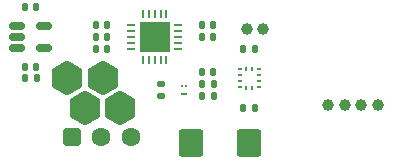
<source format=gbs>
%TF.GenerationSoftware,KiCad,Pcbnew,7.0.2*%
%TF.CreationDate,2024-01-23T17:52:43-06:00*%
%TF.ProjectId,imu-harvester,696d752d-6861-4727-9665-737465722e6b,rev?*%
%TF.SameCoordinates,Original*%
%TF.FileFunction,Soldermask,Bot*%
%TF.FilePolarity,Negative*%
%FSLAX46Y46*%
G04 Gerber Fmt 4.6, Leading zero omitted, Abs format (unit mm)*
G04 Created by KiCad (PCBNEW 7.0.2) date 2024-01-23 17:52:43*
%MOMM*%
%LPD*%
G01*
G04 APERTURE LIST*
G04 Aperture macros list*
%AMRoundRect*
0 Rectangle with rounded corners*
0 $1 Rounding radius*
0 $2 $3 $4 $5 $6 $7 $8 $9 X,Y pos of 4 corners*
0 Add a 4 corners polygon primitive as box body*
4,1,4,$2,$3,$4,$5,$6,$7,$8,$9,$2,$3,0*
0 Add four circle primitives for the rounded corners*
1,1,$1+$1,$2,$3*
1,1,$1+$1,$4,$5*
1,1,$1+$1,$6,$7*
1,1,$1+$1,$8,$9*
0 Add four rect primitives between the rounded corners*
20,1,$1+$1,$2,$3,$4,$5,0*
20,1,$1+$1,$4,$5,$6,$7,0*
20,1,$1+$1,$6,$7,$8,$9,0*
20,1,$1+$1,$8,$9,$2,$3,0*%
%AMFreePoly0*
4,1,7,1.299000,0.750000,1.299000,-0.750000,0.000000,-1.500000,-1.299000,-0.750000,-1.299000,0.750000,0.000000,1.500000,1.299000,0.750000,1.299000,0.750000,$1*%
G04 Aperture macros list end*
%ADD10RoundRect,0.400000X-0.400000X-0.400000X0.400000X-0.400000X0.400000X0.400000X-0.400000X0.400000X0*%
%ADD11C,1.600000*%
%ADD12C,1.000000*%
%ADD13FreePoly0,180.000000*%
%ADD14R,0.150000X0.250000*%
%ADD15R,0.500000X0.250000*%
%ADD16RoundRect,0.135000X0.135000X0.185000X-0.135000X0.185000X-0.135000X-0.185000X0.135000X-0.185000X0*%
%ADD17RoundRect,0.140000X0.140000X0.170000X-0.140000X0.170000X-0.140000X-0.170000X0.140000X-0.170000X0*%
%ADD18RoundRect,0.140000X-0.140000X-0.170000X0.140000X-0.170000X0.140000X0.170000X-0.140000X0.170000X0*%
%ADD19RoundRect,0.150000X-0.512500X-0.150000X0.512500X-0.150000X0.512500X0.150000X-0.512500X0.150000X0*%
%ADD20RoundRect,0.250000X-0.787500X-0.925000X0.787500X-0.925000X0.787500X0.925000X-0.787500X0.925000X0*%
%ADD21R,0.249200X0.784800*%
%ADD22R,0.784800X0.249200*%
%ADD23R,2.550000X2.550000*%
%ADD24R,0.410000X0.280000*%
%ADD25R,0.280000X0.410000*%
%ADD26RoundRect,0.140000X-0.170000X0.140000X-0.170000X-0.140000X0.170000X-0.140000X0.170000X0.140000X0*%
G04 APERTURE END LIST*
D10*
X185500000Y-60000000D03*
D11*
X188000000Y-60000000D03*
X190500000Y-60000000D03*
D12*
X200300000Y-50800000D03*
D13*
X188100000Y-55000000D03*
X185100000Y-55000000D03*
D14*
X194825000Y-55675000D03*
X195175000Y-55675000D03*
D15*
X195000000Y-56325000D03*
D16*
X197510000Y-55500000D03*
X196490000Y-55500000D03*
D17*
X200980000Y-57500000D03*
X200020000Y-57500000D03*
X197480000Y-50500000D03*
X196520000Y-50500000D03*
X197480000Y-54500000D03*
X196520000Y-54500000D03*
X200980000Y-52500000D03*
X200020000Y-52500000D03*
D12*
X211400000Y-57300000D03*
D18*
X187520000Y-50500000D03*
X188480000Y-50500000D03*
D19*
X180862500Y-52450000D03*
X180862500Y-51500000D03*
X180862500Y-50550000D03*
X183137500Y-50550000D03*
X183137500Y-52450000D03*
D17*
X197480000Y-51500000D03*
X196520000Y-51500000D03*
D20*
X195537500Y-60500000D03*
X200462500Y-60500000D03*
D12*
X210000000Y-57300000D03*
D13*
X186600000Y-57500000D03*
D12*
X201700000Y-50800000D03*
D21*
X193500001Y-53462399D03*
X192999999Y-53462399D03*
X192500000Y-53462399D03*
X192000001Y-53462399D03*
X191499999Y-53462399D03*
D22*
X190537601Y-52500001D03*
X190537601Y-51999999D03*
X190537601Y-51500000D03*
X190537601Y-51000001D03*
X190537601Y-50499999D03*
D21*
X191499999Y-49537601D03*
X192000001Y-49537601D03*
X192500000Y-49537601D03*
X192999999Y-49537601D03*
X193500001Y-49537601D03*
D22*
X194462399Y-50499999D03*
X194462399Y-51000001D03*
X194462399Y-51500000D03*
X194462399Y-51999999D03*
X194462399Y-52500001D03*
D23*
X192500000Y-51500000D03*
D12*
X207200000Y-57300000D03*
D17*
X188480000Y-52500000D03*
X187520000Y-52500000D03*
X182480000Y-49000000D03*
X181520000Y-49000000D03*
D24*
X201315000Y-54250000D03*
X201315000Y-54750000D03*
X201315000Y-55250000D03*
X201315000Y-55750000D03*
D25*
X200750000Y-55815000D03*
X200250000Y-55815000D03*
D24*
X199685000Y-55750000D03*
X199685000Y-55250000D03*
X199685000Y-54750000D03*
X199685000Y-54250000D03*
D25*
X200250000Y-54185000D03*
X200750000Y-54185000D03*
D16*
X182510000Y-55000000D03*
X181490000Y-55000000D03*
X197510000Y-56500000D03*
X196490000Y-56500000D03*
D13*
X189600000Y-57500000D03*
D18*
X187520000Y-51500000D03*
X188480000Y-51500000D03*
D26*
X193000000Y-55520000D03*
X193000000Y-56480000D03*
D17*
X182480000Y-54000000D03*
X181520000Y-54000000D03*
D12*
X208600000Y-57300000D03*
M02*

</source>
